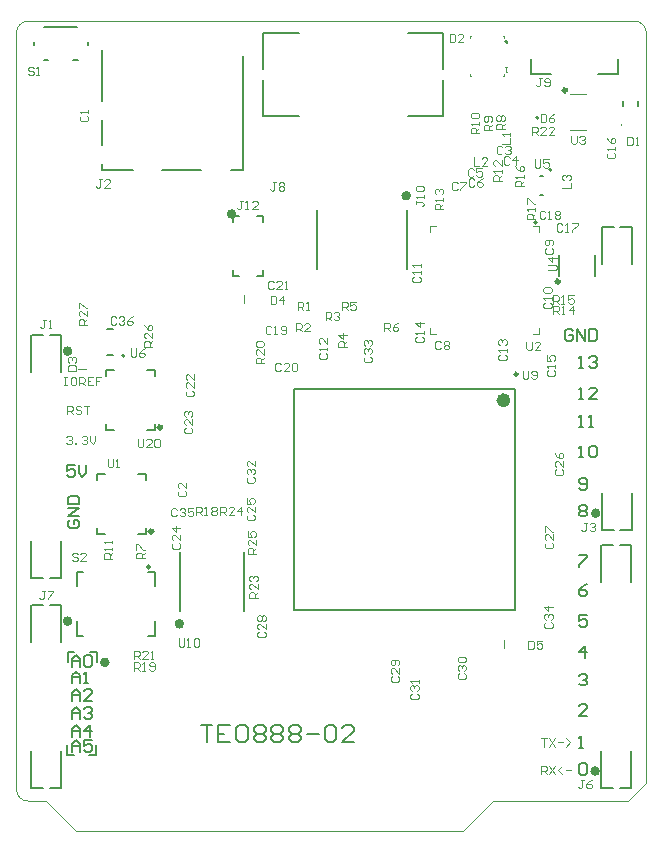
<source format=gto>
%FSLAX44Y44*%
%MOMM*%
G71*
G01*
G75*
G04 Layer_Color=65535*
%ADD10C,0.1500*%
G04:AMPARAMS|DCode=11|XSize=0.6mm|YSize=0.5mm|CornerRadius=0.05mm|HoleSize=0mm|Usage=FLASHONLY|Rotation=0.000|XOffset=0mm|YOffset=0mm|HoleType=Round|Shape=RoundedRectangle|*
%AMROUNDEDRECTD11*
21,1,0.6000,0.4000,0,0,0.0*
21,1,0.5000,0.5000,0,0,0.0*
1,1,0.1000,0.2500,-0.2000*
1,1,0.1000,-0.2500,-0.2000*
1,1,0.1000,-0.2500,0.2000*
1,1,0.1000,0.2500,0.2000*
%
%ADD11ROUNDEDRECTD11*%
G04:AMPARAMS|DCode=12|XSize=0.6mm|YSize=0.5mm|CornerRadius=0.05mm|HoleSize=0mm|Usage=FLASHONLY|Rotation=270.000|XOffset=0mm|YOffset=0mm|HoleType=Round|Shape=RoundedRectangle|*
%AMROUNDEDRECTD12*
21,1,0.6000,0.4000,0,0,270.0*
21,1,0.5000,0.5000,0,0,270.0*
1,1,0.1000,-0.2000,-0.2500*
1,1,0.1000,-0.2000,0.2500*
1,1,0.1000,0.2000,0.2500*
1,1,0.1000,0.2000,-0.2500*
%
%ADD12ROUNDEDRECTD12*%
%ADD13O,0.9500X0.4000*%
G04:AMPARAMS|DCode=14|XSize=0.7mm|YSize=0.55mm|CornerRadius=0.055mm|HoleSize=0mm|Usage=FLASHONLY|Rotation=180.000|XOffset=0mm|YOffset=0mm|HoleType=Round|Shape=RoundedRectangle|*
%AMROUNDEDRECTD14*
21,1,0.7000,0.4400,0,0,180.0*
21,1,0.5900,0.5500,0,0,180.0*
1,1,0.1100,-0.2950,0.2200*
1,1,0.1100,0.2950,0.2200*
1,1,0.1100,0.2950,-0.2200*
1,1,0.1100,-0.2950,-0.2200*
%
%ADD14ROUNDEDRECTD14*%
G04:AMPARAMS|DCode=15|XSize=0.4mm|YSize=0.37mm|CornerRadius=0.037mm|HoleSize=0mm|Usage=FLASHONLY|Rotation=180.000|XOffset=0mm|YOffset=0mm|HoleType=Round|Shape=RoundedRectangle|*
%AMROUNDEDRECTD15*
21,1,0.4000,0.2960,0,0,180.0*
21,1,0.3260,0.3700,0,0,180.0*
1,1,0.0740,-0.1630,0.1480*
1,1,0.0740,0.1630,0.1480*
1,1,0.0740,0.1630,-0.1480*
1,1,0.0740,-0.1630,-0.1480*
%
%ADD15ROUNDEDRECTD15*%
G04:AMPARAMS|DCode=16|XSize=0.4mm|YSize=0.37mm|CornerRadius=0.037mm|HoleSize=0mm|Usage=FLASHONLY|Rotation=270.000|XOffset=0mm|YOffset=0mm|HoleType=Round|Shape=RoundedRectangle|*
%AMROUNDEDRECTD16*
21,1,0.4000,0.2960,0,0,270.0*
21,1,0.3260,0.3700,0,0,270.0*
1,1,0.0740,-0.1480,-0.1630*
1,1,0.0740,-0.1480,0.1630*
1,1,0.0740,0.1480,0.1630*
1,1,0.0740,0.1480,-0.1630*
%
%ADD16ROUNDEDRECTD16*%
G04:AMPARAMS|DCode=17|XSize=0.93mm|YSize=0.89mm|CornerRadius=0.089mm|HoleSize=0mm|Usage=FLASHONLY|Rotation=90.000|XOffset=0mm|YOffset=0mm|HoleType=Round|Shape=RoundedRectangle|*
%AMROUNDEDRECTD17*
21,1,0.9300,0.7120,0,0,90.0*
21,1,0.7520,0.8900,0,0,90.0*
1,1,0.1780,0.3560,0.3760*
1,1,0.1780,0.3560,-0.3760*
1,1,0.1780,-0.3560,-0.3760*
1,1,0.1780,-0.3560,0.3760*
%
%ADD17ROUNDEDRECTD17*%
%ADD18O,1.6500X0.3000*%
%ADD19O,0.3000X1.6500*%
%ADD20R,0.5400X0.7400*%
G04:AMPARAMS|DCode=21|XSize=0.7mm|YSize=0.55mm|CornerRadius=0.055mm|HoleSize=0mm|Usage=FLASHONLY|Rotation=90.000|XOffset=0mm|YOffset=0mm|HoleType=Round|Shape=RoundedRectangle|*
%AMROUNDEDRECTD21*
21,1,0.7000,0.4400,0,0,90.0*
21,1,0.5900,0.5500,0,0,90.0*
1,1,0.1100,0.2200,0.2950*
1,1,0.1100,0.2200,-0.2950*
1,1,0.1100,-0.2200,-0.2950*
1,1,0.1100,-0.2200,0.2950*
%
%ADD21ROUNDEDRECTD21*%
G04:AMPARAMS|DCode=22|XSize=1.3mm|YSize=3.5mm|CornerRadius=0.325mm|HoleSize=0mm|Usage=FLASHONLY|Rotation=180.000|XOffset=0mm|YOffset=0mm|HoleType=Round|Shape=RoundedRectangle|*
%AMROUNDEDRECTD22*
21,1,1.3000,2.8500,0,0,180.0*
21,1,0.6500,3.5000,0,0,180.0*
1,1,0.6500,-0.3250,1.4250*
1,1,0.6500,0.3250,1.4250*
1,1,0.6500,0.3250,-1.4250*
1,1,0.6500,-0.3250,-1.4250*
%
%ADD22ROUNDEDRECTD22*%
G04:AMPARAMS|DCode=23|XSize=0.3mm|YSize=0.6mm|CornerRadius=0.0495mm|HoleSize=0mm|Usage=FLASHONLY|Rotation=0.000|XOffset=0mm|YOffset=0mm|HoleType=Round|Shape=RoundedRectangle|*
%AMROUNDEDRECTD23*
21,1,0.3000,0.5010,0,0,0.0*
21,1,0.2010,0.6000,0,0,0.0*
1,1,0.0990,0.1005,-0.2505*
1,1,0.0990,-0.1005,-0.2505*
1,1,0.0990,-0.1005,0.2505*
1,1,0.0990,0.1005,0.2505*
%
%ADD23ROUNDEDRECTD23*%
G04:AMPARAMS|DCode=24|XSize=0.3mm|YSize=0.6mm|CornerRadius=0.0495mm|HoleSize=0mm|Usage=FLASHONLY|Rotation=270.000|XOffset=0mm|YOffset=0mm|HoleType=Round|Shape=RoundedRectangle|*
%AMROUNDEDRECTD24*
21,1,0.3000,0.5010,0,0,270.0*
21,1,0.2010,0.6000,0,0,270.0*
1,1,0.0990,-0.2505,-0.1005*
1,1,0.0990,-0.2505,0.1005*
1,1,0.0990,0.2505,0.1005*
1,1,0.0990,0.2505,-0.1005*
%
%ADD24ROUNDEDRECTD24*%
%ADD25R,2.2500X0.9000*%
G04:AMPARAMS|DCode=26|XSize=1.38mm|YSize=1.05mm|CornerRadius=0.105mm|HoleSize=0mm|Usage=FLASHONLY|Rotation=180.000|XOffset=0mm|YOffset=0mm|HoleType=Round|Shape=RoundedRectangle|*
%AMROUNDEDRECTD26*
21,1,1.3800,0.8400,0,0,180.0*
21,1,1.1700,1.0500,0,0,180.0*
1,1,0.2100,-0.5850,0.4200*
1,1,0.2100,0.5850,0.4200*
1,1,0.2100,0.5850,-0.4200*
1,1,0.2100,-0.5850,-0.4200*
%
%ADD26ROUNDEDRECTD26*%
%ADD27O,0.7600X1.6000*%
%ADD28O,0.6000X1.6000*%
G04:AMPARAMS|DCode=29|XSize=0.9mm|YSize=0.8mm|CornerRadius=0.08mm|HoleSize=0mm|Usage=FLASHONLY|Rotation=180.000|XOffset=0mm|YOffset=0mm|HoleType=Round|Shape=RoundedRectangle|*
%AMROUNDEDRECTD29*
21,1,0.9000,0.6400,0,0,180.0*
21,1,0.7400,0.8000,0,0,180.0*
1,1,0.1600,-0.3700,0.3200*
1,1,0.1600,0.3700,0.3200*
1,1,0.1600,0.3700,-0.3200*
1,1,0.1600,-0.3700,-0.3200*
%
%ADD29ROUNDEDRECTD29*%
%ADD30O,0.6000X1.4000*%
G04:AMPARAMS|DCode=31|XSize=1mm|YSize=1.4mm|CornerRadius=0.25mm|HoleSize=0mm|Usage=FLASHONLY|Rotation=180.000|XOffset=0mm|YOffset=0mm|HoleType=Round|Shape=RoundedRectangle|*
%AMROUNDEDRECTD31*
21,1,1.0000,0.9000,0,0,180.0*
21,1,0.5000,1.4000,0,0,180.0*
1,1,0.5000,-0.2500,0.4500*
1,1,0.5000,0.2500,0.4500*
1,1,0.5000,0.2500,-0.4500*
1,1,0.5000,-0.2500,-0.4500*
%
%ADD31ROUNDEDRECTD31*%
G04:AMPARAMS|DCode=32|XSize=1mm|YSize=1mm|CornerRadius=0.25mm|HoleSize=0mm|Usage=FLASHONLY|Rotation=180.000|XOffset=0mm|YOffset=0mm|HoleType=Round|Shape=RoundedRectangle|*
%AMROUNDEDRECTD32*
21,1,1.0000,0.5000,0,0,180.0*
21,1,0.5000,1.0000,0,0,180.0*
1,1,0.5000,-0.2500,0.2500*
1,1,0.5000,0.2500,0.2500*
1,1,0.5000,0.2500,-0.2500*
1,1,0.5000,-0.2500,-0.2500*
%
%ADD32ROUNDEDRECTD32*%
%ADD33R,4.4500X4.4500*%
%ADD34O,0.8200X0.2700*%
%ADD35O,0.2700X0.8200*%
G04:AMPARAMS|DCode=36|XSize=0.9mm|YSize=1mm|CornerRadius=0.09mm|HoleSize=0mm|Usage=FLASHONLY|Rotation=180.000|XOffset=0mm|YOffset=0mm|HoleType=Round|Shape=RoundedRectangle|*
%AMROUNDEDRECTD36*
21,1,0.9000,0.8200,0,0,180.0*
21,1,0.7200,1.0000,0,0,180.0*
1,1,0.1800,-0.3600,0.4100*
1,1,0.1800,0.3600,0.4100*
1,1,0.1800,0.3600,-0.4100*
1,1,0.1800,-0.3600,-0.4100*
%
%ADD36ROUNDEDRECTD36*%
G04:AMPARAMS|DCode=37|XSize=1.7mm|YSize=0.55mm|CornerRadius=0.055mm|HoleSize=0mm|Usage=FLASHONLY|Rotation=180.000|XOffset=0mm|YOffset=0mm|HoleType=Round|Shape=RoundedRectangle|*
%AMROUNDEDRECTD37*
21,1,1.7000,0.4400,0,0,180.0*
21,1,1.5900,0.5500,0,0,180.0*
1,1,0.1100,-0.7950,0.2200*
1,1,0.1100,0.7950,0.2200*
1,1,0.1100,0.7950,-0.2200*
1,1,0.1100,-0.7950,-0.2200*
%
%ADD37ROUNDEDRECTD37*%
%ADD38C,1.0000*%
%ADD39O,0.4000X1.3500*%
G04:AMPARAMS|DCode=40|XSize=2.3mm|YSize=1.9mm|CornerRadius=0.19mm|HoleSize=0mm|Usage=FLASHONLY|Rotation=180.000|XOffset=0mm|YOffset=0mm|HoleType=Round|Shape=RoundedRectangle|*
%AMROUNDEDRECTD40*
21,1,2.3000,1.5200,0,0,180.0*
21,1,1.9200,1.9000,0,0,180.0*
1,1,0.3800,-0.9600,0.7600*
1,1,0.3800,0.9600,0.7600*
1,1,0.3800,0.9600,-0.7600*
1,1,0.3800,-0.9600,-0.7600*
%
%ADD40ROUNDEDRECTD40*%
%ADD41R,1.8000X1.9000*%
G04:AMPARAMS|DCode=42|XSize=1.55mm|YSize=1.35mm|CornerRadius=0.135mm|HoleSize=0mm|Usage=FLASHONLY|Rotation=180.000|XOffset=0mm|YOffset=0mm|HoleType=Round|Shape=RoundedRectangle|*
%AMROUNDEDRECTD42*
21,1,1.5500,1.0800,0,0,180.0*
21,1,1.2800,1.3500,0,0,180.0*
1,1,0.2700,-0.6400,0.5400*
1,1,0.2700,0.6400,0.5400*
1,1,0.2700,0.6400,-0.5400*
1,1,0.2700,-0.6400,-0.5400*
%
%ADD42ROUNDEDRECTD42*%
G04:AMPARAMS|DCode=43|XSize=1.8mm|YSize=1.17mm|CornerRadius=0.117mm|HoleSize=0mm|Usage=FLASHONLY|Rotation=90.000|XOffset=0mm|YOffset=0mm|HoleType=Round|Shape=RoundedRectangle|*
%AMROUNDEDRECTD43*
21,1,1.8000,0.9360,0,0,90.0*
21,1,1.5660,1.1700,0,0,90.0*
1,1,0.2340,0.4680,0.7830*
1,1,0.2340,0.4680,-0.7830*
1,1,0.2340,-0.4680,-0.7830*
1,1,0.2340,-0.4680,0.7830*
%
%ADD43ROUNDEDRECTD43*%
G04:AMPARAMS|DCode=44|XSize=0.75mm|YSize=1.1mm|CornerRadius=0.075mm|HoleSize=0mm|Usage=FLASHONLY|Rotation=180.000|XOffset=0mm|YOffset=0mm|HoleType=Round|Shape=RoundedRectangle|*
%AMROUNDEDRECTD44*
21,1,0.7500,0.9500,0,0,180.0*
21,1,0.6000,1.1000,0,0,180.0*
1,1,0.1500,-0.3000,0.4750*
1,1,0.1500,0.3000,0.4750*
1,1,0.1500,0.3000,-0.4750*
1,1,0.1500,-0.3000,-0.4750*
%
%ADD44ROUNDEDRECTD44*%
G04:AMPARAMS|DCode=45|XSize=1.2mm|YSize=1mm|CornerRadius=0.1mm|HoleSize=0mm|Usage=FLASHONLY|Rotation=180.000|XOffset=0mm|YOffset=0mm|HoleType=Round|Shape=RoundedRectangle|*
%AMROUNDEDRECTD45*
21,1,1.2000,0.8000,0,0,180.0*
21,1,1.0000,1.0000,0,0,180.0*
1,1,0.2000,-0.5000,0.4000*
1,1,0.2000,0.5000,0.4000*
1,1,0.2000,0.5000,-0.4000*
1,1,0.2000,-0.5000,-0.4000*
%
%ADD45ROUNDEDRECTD45*%
G04:AMPARAMS|DCode=46|XSize=1.9mm|YSize=1.35mm|CornerRadius=0.135mm|HoleSize=0mm|Usage=FLASHONLY|Rotation=180.000|XOffset=0mm|YOffset=0mm|HoleType=Round|Shape=RoundedRectangle|*
%AMROUNDEDRECTD46*
21,1,1.9000,1.0800,0,0,180.0*
21,1,1.6300,1.3500,0,0,180.0*
1,1,0.2700,-0.8150,0.5400*
1,1,0.2700,0.8150,0.5400*
1,1,0.2700,0.8150,-0.5400*
1,1,0.2700,-0.8150,-0.5400*
%
%ADD46ROUNDEDRECTD46*%
G04:AMPARAMS|DCode=47|XSize=2mm|YSize=1.1mm|CornerRadius=0.11mm|HoleSize=0mm|Usage=FLASHONLY|Rotation=90.000|XOffset=0mm|YOffset=0mm|HoleType=Round|Shape=RoundedRectangle|*
%AMROUNDEDRECTD47*
21,1,2.0000,0.8800,0,0,90.0*
21,1,1.7800,1.1000,0,0,90.0*
1,1,0.2200,0.4400,0.8900*
1,1,0.2200,0.4400,-0.8900*
1,1,0.2200,-0.4400,-0.8900*
1,1,0.2200,-0.4400,0.8900*
%
%ADD47ROUNDEDRECTD47*%
G04:AMPARAMS|DCode=48|XSize=0.8mm|YSize=0.8mm|CornerRadius=0.08mm|HoleSize=0mm|Usage=FLASHONLY|Rotation=90.000|XOffset=0mm|YOffset=0mm|HoleType=Round|Shape=RoundedRectangle|*
%AMROUNDEDRECTD48*
21,1,0.8000,0.6400,0,0,90.0*
21,1,0.6400,0.8000,0,0,90.0*
1,1,0.1600,0.3200,0.3200*
1,1,0.1600,0.3200,-0.3200*
1,1,0.1600,-0.3200,-0.3200*
1,1,0.1600,-0.3200,0.3200*
%
%ADD48ROUNDEDRECTD48*%
G04:AMPARAMS|DCode=49|XSize=0.93mm|YSize=0.89mm|CornerRadius=0.089mm|HoleSize=0mm|Usage=FLASHONLY|Rotation=0.000|XOffset=0mm|YOffset=0mm|HoleType=Round|Shape=RoundedRectangle|*
%AMROUNDEDRECTD49*
21,1,0.9300,0.7120,0,0,0.0*
21,1,0.7520,0.8900,0,0,0.0*
1,1,0.1780,0.3760,-0.3560*
1,1,0.1780,-0.3760,-0.3560*
1,1,0.1780,-0.3760,0.3560*
1,1,0.1780,0.3760,0.3560*
%
%ADD49ROUNDEDRECTD49*%
%ADD50O,0.8000X1.4700*%
%ADD51C,0.1000*%
%ADD52C,0.2000*%
%ADD53C,0.3000*%
%ADD54C,0.1200*%
%ADD55C,0.5000*%
%ADD56R,1.5000X1.5000*%
%ADD57C,1.5000*%
%ADD58R,1.3500X1.3500*%
%ADD59R,1.5000X1.5000*%
%ADD60C,0.4500*%
%ADD61C,1.0000*%
%ADD62C,2.0000*%
%ADD63C,0.6000*%
%ADD64C,0.4000*%
%ADD65C,0.2500*%
D10*
X67100Y64800D02*
Y72800D01*
X61300Y64800D02*
X67100D01*
X68000Y143500D02*
Y151500D01*
X62200D02*
X68000D01*
X43300Y143400D02*
Y151400D01*
X49100D01*
X43100Y64800D02*
X48900D01*
X43100D02*
Y72800D01*
X471264Y423331D02*
X469598Y424997D01*
X466266D01*
X464600Y423331D01*
Y416666D01*
X466266Y415000D01*
X469598D01*
X471264Y416666D01*
Y419998D01*
X467932D01*
X474597Y415000D02*
Y424997D01*
X481261Y415000D01*
Y424997D01*
X484594D02*
Y415000D01*
X489592D01*
X491258Y416666D01*
Y423331D01*
X489592Y424997D01*
X484594D01*
X476600Y316400D02*
X479932D01*
X478266D01*
Y326397D01*
X476600Y324731D01*
X484931D02*
X486597Y326397D01*
X489929D01*
X491595Y324731D01*
Y318066D01*
X489929Y316400D01*
X486597D01*
X484931Y318066D01*
Y324731D01*
X476600Y342100D02*
X479932D01*
X478266D01*
Y352097D01*
X476600Y350431D01*
X484931Y342100D02*
X488263D01*
X486597D01*
Y352097D01*
X484931Y350431D01*
X476600Y365600D02*
X479932D01*
X478266D01*
Y375597D01*
X476600Y373931D01*
X491595Y365600D02*
X484931D01*
X491595Y372265D01*
Y373931D01*
X489929Y375597D01*
X486597D01*
X484931Y373931D01*
X476600Y392000D02*
X479932D01*
X478266D01*
Y401997D01*
X476600Y400331D01*
X484931D02*
X486597Y401997D01*
X489929D01*
X491595Y400331D01*
Y398665D01*
X489929Y396998D01*
X488263D01*
X489929D01*
X491595Y395332D01*
Y393666D01*
X489929Y392000D01*
X486597D01*
X484931Y393666D01*
X476600Y290666D02*
X478266Y289000D01*
X481598D01*
X483265Y290666D01*
Y297331D01*
X481598Y298997D01*
X478266D01*
X476600Y297331D01*
Y295665D01*
X478266Y293998D01*
X483265D01*
X476600Y274731D02*
X478266Y276397D01*
X481598D01*
X483265Y274731D01*
Y273064D01*
X481598Y271398D01*
X483265Y269732D01*
Y268066D01*
X481598Y266400D01*
X478266D01*
X476600Y268066D01*
Y269732D01*
X478266Y271398D01*
X476600Y273064D01*
Y274731D01*
X478266Y271398D02*
X481598D01*
X476700Y233897D02*
X483364D01*
Y232231D01*
X476700Y225566D01*
Y223900D01*
Y55931D02*
X478366Y57597D01*
X481698D01*
X483364Y55931D01*
Y49266D01*
X481698Y47600D01*
X478366D01*
X476700Y49266D01*
Y55931D01*
Y70200D02*
X480032D01*
X478366D01*
Y80197D01*
X476700Y78531D01*
X483364Y209097D02*
X480032Y207431D01*
X476700Y204098D01*
Y200766D01*
X478366Y199100D01*
X481698D01*
X483364Y200766D01*
Y202432D01*
X481698Y204098D01*
X476700D01*
X483364Y183197D02*
X476700D01*
Y178198D01*
X480032Y179865D01*
X481698D01*
X483364Y178198D01*
Y174866D01*
X481698Y173200D01*
X478366D01*
X476700Y174866D01*
X481698Y146800D02*
Y156797D01*
X476700Y151798D01*
X483364D01*
X476700Y131631D02*
X478366Y133297D01*
X481698D01*
X483364Y131631D01*
Y129965D01*
X481698Y128298D01*
X480032D01*
X481698D01*
X483364Y126632D01*
Y124966D01*
X481698Y123300D01*
X478366D01*
X476700Y124966D01*
X483364Y97600D02*
X476700D01*
X483364Y104264D01*
Y105931D01*
X481698Y107597D01*
X478366D01*
X476700Y105931D01*
X47200Y139200D02*
Y145864D01*
X50532Y149197D01*
X53864Y145864D01*
Y139200D01*
Y144198D01*
X47200D01*
X57197Y147531D02*
X58863Y149197D01*
X62195D01*
X63861Y147531D01*
Y140866D01*
X62195Y139200D01*
X58863D01*
X57197Y140866D01*
Y147531D01*
X47200Y125100D02*
Y131764D01*
X50532Y135097D01*
X53864Y131764D01*
Y125100D01*
Y130098D01*
X47200D01*
X57197Y125100D02*
X60529D01*
X58863D01*
Y135097D01*
X57197Y133431D01*
X47200Y110400D02*
Y117065D01*
X50532Y120397D01*
X53864Y117065D01*
Y110400D01*
Y115398D01*
X47200D01*
X63861Y110400D02*
X57197D01*
X63861Y117065D01*
Y118731D01*
X62195Y120397D01*
X58863D01*
X57197Y118731D01*
X47200Y94800D02*
Y101465D01*
X50532Y104797D01*
X53864Y101465D01*
Y94800D01*
Y99798D01*
X47200D01*
X57197Y103131D02*
X58863Y104797D01*
X62195D01*
X63861Y103131D01*
Y101465D01*
X62195Y99798D01*
X60529D01*
X62195D01*
X63861Y98132D01*
Y96466D01*
X62195Y94800D01*
X58863D01*
X57197Y96466D01*
X47200Y80100D02*
Y86764D01*
X50532Y90097D01*
X53864Y86764D01*
Y80100D01*
Y85098D01*
X47200D01*
X62195Y80100D02*
Y90097D01*
X57197Y85098D01*
X63861D01*
X47200Y66800D02*
Y73464D01*
X50532Y76797D01*
X53864Y73464D01*
Y66800D01*
Y71798D01*
X47200D01*
X63861Y76797D02*
X57197D01*
Y71798D01*
X60529Y73464D01*
X62195D01*
X63861Y71798D01*
Y68466D01*
X62195Y66800D01*
X58863D01*
X57197Y68466D01*
X45069Y263465D02*
X43403Y261798D01*
Y258466D01*
X45069Y256800D01*
X51734D01*
X53400Y258466D01*
Y261798D01*
X51734Y263465D01*
X48402D01*
Y260132D01*
X53400Y266797D02*
X43403D01*
X53400Y273461D01*
X43403D01*
Y276794D02*
X53400D01*
Y281792D01*
X51734Y283458D01*
X45069D01*
X43403Y281792D01*
Y276794D01*
X49264Y309997D02*
X42600D01*
Y304998D01*
X45932Y306665D01*
X47598D01*
X49264Y304998D01*
Y301666D01*
X47598Y300000D01*
X44266D01*
X42600Y301666D01*
X52597Y309997D02*
Y303332D01*
X55929Y300000D01*
X59261Y303332D01*
Y309997D01*
D51*
X96863Y408683D02*
Y402851D01*
X98029Y401685D01*
X100362D01*
X101528Y402851D01*
Y408683D01*
X108526D02*
X106193Y407517D01*
X103861Y405184D01*
Y402851D01*
X105027Y401685D01*
X107360D01*
X108526Y402851D01*
Y404018D01*
X107360Y405184D01*
X103861D01*
X59705Y428753D02*
X52707D01*
Y432252D01*
X53874Y433418D01*
X56206D01*
X57372Y432252D01*
Y428753D01*
Y431086D02*
X59705Y433418D01*
Y440416D02*
Y435751D01*
X55040Y440416D01*
X53874D01*
X52707Y439250D01*
Y436917D01*
X53874Y435751D01*
X52707Y442748D02*
Y447414D01*
X53874D01*
X58539Y442748D01*
X59705D01*
X115205Y410253D02*
X108207D01*
Y413752D01*
X109374Y414918D01*
X111706D01*
X112872Y413752D01*
Y410253D01*
Y412586D02*
X115205Y414918D01*
Y421916D02*
Y417251D01*
X110540Y421916D01*
X109374D01*
X108207Y420750D01*
Y418417D01*
X109374Y417251D01*
X108207Y428914D02*
X109374Y426581D01*
X111706Y424249D01*
X114039D01*
X115205Y425415D01*
Y427747D01*
X114039Y428914D01*
X112872D01*
X111706Y427747D01*
Y424249D01*
X43683Y389737D02*
X50681D01*
Y393236D01*
X49515Y394402D01*
X44850D01*
X43683Y393236D01*
Y389737D01*
X44850Y396735D02*
X43683Y397901D01*
Y400234D01*
X44850Y401400D01*
X46016D01*
X47182Y400234D01*
Y399067D01*
Y400234D01*
X48348Y401400D01*
X49515D01*
X50681Y400234D01*
Y397901D01*
X49515Y396735D01*
X84418Y434635D02*
X83252Y435801D01*
X80919D01*
X79753Y434635D01*
Y429969D01*
X80919Y428803D01*
X83252D01*
X84418Y429969D01*
X86751Y434635D02*
X87917Y435801D01*
X90250D01*
X91416Y434635D01*
Y433468D01*
X90250Y432302D01*
X89083D01*
X90250D01*
X91416Y431136D01*
Y429969D01*
X90250Y428803D01*
X87917D01*
X86751Y429969D01*
X98414Y435801D02*
X96081Y434635D01*
X93749Y432302D01*
Y429969D01*
X94915Y428803D01*
X97247D01*
X98414Y429969D01*
Y431136D01*
X97247Y432302D01*
X93749D01*
X135820Y272279D02*
X134653Y273445D01*
X132321D01*
X131154Y272279D01*
Y267614D01*
X132321Y266447D01*
X134653D01*
X135820Y267614D01*
X138152Y272279D02*
X139318Y273445D01*
X141651D01*
X142817Y272279D01*
Y271112D01*
X141651Y269946D01*
X140485D01*
X141651D01*
X142817Y268780D01*
Y267614D01*
X141651Y266447D01*
X139318D01*
X138152Y267614D01*
X149815Y273445D02*
X145150D01*
Y269946D01*
X147482Y271112D01*
X148649D01*
X149815Y269946D01*
Y267614D01*
X148649Y266447D01*
X146316D01*
X145150Y267614D01*
X202767Y235021D02*
X195769D01*
Y238520D01*
X196935Y239686D01*
X199268D01*
X200434Y238520D01*
Y235021D01*
Y237354D02*
X202767Y239686D01*
Y246684D02*
Y242019D01*
X198102Y246684D01*
X196935D01*
X195769Y245518D01*
Y243185D01*
X196935Y242019D01*
X195769Y253682D02*
Y249017D01*
X199268D01*
X198102Y251349D01*
Y252515D01*
X199268Y253682D01*
X201600D01*
X202767Y252515D01*
Y250183D01*
X201600Y249017D01*
X172753Y267795D02*
Y274793D01*
X176252D01*
X177418Y273626D01*
Y271294D01*
X176252Y270128D01*
X172753D01*
X175086D02*
X177418Y267795D01*
X184416D02*
X179751D01*
X184416Y272460D01*
Y273626D01*
X183250Y274793D01*
X180917D01*
X179751Y273626D01*
X190247Y267795D02*
Y274793D01*
X186749Y271294D01*
X191414D01*
X204205Y197653D02*
X197207D01*
Y201152D01*
X198374Y202318D01*
X200706D01*
X201872Y201152D01*
Y197653D01*
Y199986D02*
X204205Y202318D01*
Y209316D02*
Y204651D01*
X199540Y209316D01*
X198374D01*
X197207Y208150D01*
Y205817D01*
X198374Y204651D01*
Y211649D02*
X197207Y212815D01*
Y215147D01*
X198374Y216314D01*
X199540D01*
X200706Y215147D01*
Y213981D01*
Y215147D01*
X201872Y216314D01*
X203039D01*
X204205Y215147D01*
Y212815D01*
X203039Y211649D01*
X448096Y176744D02*
X446929Y175578D01*
Y173245D01*
X448096Y172079D01*
X452761D01*
X453927Y173245D01*
Y175578D01*
X452761Y176744D01*
X448096Y179077D02*
X446929Y180243D01*
Y182576D01*
X448096Y183742D01*
X449262D01*
X450428Y182576D01*
Y181409D01*
Y182576D01*
X451594Y183742D01*
X452761D01*
X453927Y182576D01*
Y180243D01*
X452761Y179077D01*
X453927Y189573D02*
X446929D01*
X450428Y186075D01*
Y190740D01*
X295096Y401744D02*
X293929Y400578D01*
Y398245D01*
X295096Y397079D01*
X299761D01*
X300927Y398245D01*
Y400578D01*
X299761Y401744D01*
X295096Y404077D02*
X293929Y405243D01*
Y407576D01*
X295096Y408742D01*
X296262D01*
X297428Y407576D01*
Y406409D01*
Y407576D01*
X298594Y408742D01*
X299761D01*
X300927Y407576D01*
Y405243D01*
X299761Y404077D01*
X295096Y411074D02*
X293929Y412241D01*
Y414573D01*
X295096Y415740D01*
X296262D01*
X297428Y414573D01*
Y413407D01*
Y414573D01*
X298594Y415740D01*
X299761D01*
X300927Y414573D01*
Y412241D01*
X299761Y411074D01*
X196096Y299744D02*
X194929Y298578D01*
Y296245D01*
X196096Y295079D01*
X200761D01*
X201927Y296245D01*
Y298578D01*
X200761Y299744D01*
X196096Y302077D02*
X194929Y303243D01*
Y305576D01*
X196096Y306742D01*
X197262D01*
X198428Y305576D01*
Y304409D01*
Y305576D01*
X199594Y306742D01*
X200761D01*
X201927Y305576D01*
Y303243D01*
X200761Y302077D01*
X201927Y313740D02*
Y309074D01*
X197262Y313740D01*
X196096D01*
X194929Y312573D01*
Y310241D01*
X196096Y309074D01*
X334639Y116417D02*
X333473Y115251D01*
Y112918D01*
X334639Y111752D01*
X339304D01*
X340471Y112918D01*
Y115251D01*
X339304Y116417D01*
X334639Y118750D02*
X333473Y119916D01*
Y122249D01*
X334639Y123415D01*
X335805D01*
X336972Y122249D01*
Y121082D01*
Y122249D01*
X338138Y123415D01*
X339304D01*
X340471Y122249D01*
Y119916D01*
X339304Y118750D01*
X340471Y125748D02*
Y128080D01*
Y126914D01*
X333473D01*
X334639Y125748D01*
X374721Y133519D02*
X373555Y132352D01*
Y130020D01*
X374721Y128854D01*
X379386D01*
X380553Y130020D01*
Y132352D01*
X379386Y133519D01*
X374721Y135851D02*
X373555Y137017D01*
Y139350D01*
X374721Y140516D01*
X375887D01*
X377054Y139350D01*
Y138184D01*
Y139350D01*
X378220Y140516D01*
X379386D01*
X380553Y139350D01*
Y137017D01*
X379386Y135851D01*
X374721Y142849D02*
X373555Y144015D01*
Y146348D01*
X374721Y147514D01*
X379386D01*
X380553Y146348D01*
Y144015D01*
X379386Y142849D01*
X374721D01*
X318221Y131119D02*
X317055Y129952D01*
Y127620D01*
X318221Y126454D01*
X322886D01*
X324053Y127620D01*
Y129952D01*
X322886Y131119D01*
X324053Y138116D02*
Y133451D01*
X319387Y138116D01*
X318221D01*
X317055Y136950D01*
Y134618D01*
X318221Y133451D01*
X322886Y140449D02*
X324053Y141615D01*
Y143948D01*
X322886Y145114D01*
X318221D01*
X317055Y143948D01*
Y141615D01*
X318221Y140449D01*
X319387D01*
X320554Y141615D01*
Y145114D01*
X205221Y168619D02*
X204055Y167453D01*
Y165120D01*
X205221Y163954D01*
X209886D01*
X211053Y165120D01*
Y167453D01*
X209886Y168619D01*
X211053Y175616D02*
Y170951D01*
X206387Y175616D01*
X205221D01*
X204055Y174450D01*
Y172118D01*
X205221Y170951D01*
Y177949D02*
X204055Y179115D01*
Y181448D01*
X205221Y182614D01*
X206387D01*
X207554Y181448D01*
X208720Y182614D01*
X209886D01*
X211053Y181448D01*
Y179115D01*
X209886Y177949D01*
X208720D01*
X207554Y179115D01*
X206387Y177949D01*
X205221D01*
X207554Y179115D02*
Y181448D01*
X448596Y244244D02*
X447429Y243078D01*
Y240745D01*
X448596Y239579D01*
X453261D01*
X454427Y240745D01*
Y243078D01*
X453261Y244244D01*
X454427Y251242D02*
Y246577D01*
X449762Y251242D01*
X448596D01*
X447429Y250076D01*
Y247743D01*
X448596Y246577D01*
X447429Y253575D02*
Y258240D01*
X448596D01*
X453261Y253575D01*
X454427D01*
X457096Y306244D02*
X455929Y305078D01*
Y302745D01*
X457096Y301579D01*
X461761D01*
X462927Y302745D01*
Y305078D01*
X461761Y306244D01*
X462927Y313242D02*
Y308577D01*
X458262Y313242D01*
X457096D01*
X455929Y312076D01*
Y309743D01*
X457096Y308577D01*
X455929Y320240D02*
X457096Y317907D01*
X459428Y315574D01*
X461761D01*
X462927Y316741D01*
Y319073D01*
X461761Y320240D01*
X460594D01*
X459428Y319073D01*
Y315574D01*
X196096Y267744D02*
X194929Y266578D01*
Y264245D01*
X196096Y263079D01*
X200761D01*
X201927Y264245D01*
Y266578D01*
X200761Y267744D01*
X201927Y274742D02*
Y270077D01*
X197262Y274742D01*
X196096D01*
X194929Y273576D01*
Y271243D01*
X196096Y270077D01*
X194929Y281740D02*
Y277075D01*
X198428D01*
X197262Y279407D01*
Y280573D01*
X198428Y281740D01*
X200761D01*
X201927Y280573D01*
Y278241D01*
X200761Y277075D01*
X132713Y243942D02*
X131547Y242776D01*
Y240443D01*
X132713Y239277D01*
X137379D01*
X138545Y240443D01*
Y242776D01*
X137379Y243942D01*
X138545Y250940D02*
Y246275D01*
X133880Y250940D01*
X132713D01*
X131547Y249774D01*
Y247441D01*
X132713Y246275D01*
X138545Y256771D02*
X131547D01*
X135046Y253272D01*
Y257938D01*
X143275Y341710D02*
X142109Y340544D01*
Y338211D01*
X143275Y337045D01*
X147940D01*
X149106Y338211D01*
Y340544D01*
X147940Y341710D01*
X149106Y348708D02*
Y344043D01*
X144441Y348708D01*
X143275D01*
X142109Y347542D01*
Y345209D01*
X143275Y344043D01*
Y351041D02*
X142109Y352207D01*
Y354539D01*
X143275Y355706D01*
X144441D01*
X145608Y354539D01*
Y353373D01*
Y354539D01*
X146774Y355706D01*
X147940D01*
X149106Y354539D01*
Y352207D01*
X147940Y351041D01*
X77218Y314930D02*
Y309099D01*
X78384Y307933D01*
X80717D01*
X81883Y309099D01*
Y314930D01*
X84216Y307933D02*
X86548D01*
X85382D01*
Y314930D01*
X84216Y313764D01*
X81185Y230762D02*
X74187D01*
Y234261D01*
X75354Y235427D01*
X77686D01*
X78853Y234261D01*
Y230762D01*
Y233095D02*
X81185Y235427D01*
Y237760D02*
Y240092D01*
Y238926D01*
X74187D01*
X75354Y237760D01*
X81185Y243591D02*
Y245924D01*
Y244758D01*
X74187D01*
X75354Y243591D01*
X108685Y231152D02*
X101687D01*
Y234651D01*
X102854Y235817D01*
X105186D01*
X106353Y234651D01*
Y231152D01*
Y233485D02*
X108685Y235817D01*
X101687Y238150D02*
Y242815D01*
X102854D01*
X107519Y238150D01*
X108685D01*
X191519Y533531D02*
X189187D01*
X190353D01*
Y527699D01*
X189187Y526533D01*
X188020D01*
X186854Y527699D01*
X193852Y526533D02*
X196184D01*
X195018D01*
Y533531D01*
X193852Y532364D01*
X204348Y526533D02*
X199683D01*
X204348Y531198D01*
Y532364D01*
X203182Y533531D01*
X200850D01*
X199683Y532364D01*
X137926Y288001D02*
X136760Y286835D01*
Y284502D01*
X137926Y283336D01*
X142591D01*
X143757Y284502D01*
Y286835D01*
X142591Y288001D01*
X143757Y294999D02*
Y290334D01*
X139092Y294999D01*
X137926D01*
X136760Y293833D01*
Y291500D01*
X137926Y290334D01*
X469700Y588898D02*
Y583066D01*
X470866Y581900D01*
X473199D01*
X474365Y583066D01*
Y588898D01*
X476698Y587731D02*
X477864Y588898D01*
X480197D01*
X481363Y587731D01*
Y586565D01*
X480197Y585399D01*
X479030D01*
X480197D01*
X481363Y584233D01*
Y583066D01*
X480197Y581900D01*
X477864D01*
X476698Y583066D01*
X391800Y590700D02*
X384802D01*
Y594199D01*
X385969Y595365D01*
X388301D01*
X389467Y594199D01*
Y590700D01*
Y593033D02*
X391800Y595365D01*
Y597698D02*
Y600030D01*
Y598864D01*
X384802D01*
X385969Y597698D01*
Y603529D02*
X384802Y604696D01*
Y607028D01*
X385969Y608194D01*
X390634D01*
X391800Y607028D01*
Y604696D01*
X390634Y603529D01*
X385969D01*
X402900Y593500D02*
X395902D01*
Y596999D01*
X397068Y598165D01*
X399401D01*
X400567Y596999D01*
Y593500D01*
Y595833D02*
X402900Y598165D01*
X401734Y600498D02*
X402900Y601664D01*
Y603997D01*
X401734Y605163D01*
X397068D01*
X395902Y603997D01*
Y601664D01*
X397068Y600498D01*
X398235D01*
X399401Y601664D01*
Y605163D01*
X413400Y594300D02*
X406402D01*
Y597799D01*
X407569Y598965D01*
X409901D01*
X411067Y597799D01*
Y594300D01*
Y596633D02*
X413400Y598965D01*
X407569Y601298D02*
X406402Y602464D01*
Y604797D01*
X407569Y605963D01*
X408735D01*
X409901Y604797D01*
X411067Y605963D01*
X412234D01*
X413400Y604797D01*
Y602464D01*
X412234Y601298D01*
X411067D01*
X409901Y602464D01*
X408735Y601298D01*
X407569D01*
X409901Y602464D02*
Y604797D01*
X99753Y145795D02*
Y152793D01*
X103252D01*
X104418Y151626D01*
Y149294D01*
X103252Y148127D01*
X99753D01*
X102086D02*
X104418Y145795D01*
X111416D02*
X106751D01*
X111416Y150460D01*
Y151626D01*
X110250Y152793D01*
X107917D01*
X106751Y151626D01*
X113749Y145795D02*
X116081D01*
X114915D01*
Y152793D01*
X113749Y151626D01*
X429527Y545825D02*
X422529D01*
Y549324D01*
X423695Y550490D01*
X426028D01*
X427194Y549324D01*
Y545825D01*
Y548158D02*
X429527Y550490D01*
Y552823D02*
Y555155D01*
Y553989D01*
X422529D01*
X423695Y552823D01*
X422529Y563319D02*
X423695Y560987D01*
X426028Y558654D01*
X428361D01*
X429527Y559821D01*
Y562153D01*
X428361Y563319D01*
X427194D01*
X426028Y562153D01*
Y558654D01*
X219624Y549321D02*
X217292D01*
X218458D01*
Y543489D01*
X217292Y542323D01*
X216125D01*
X214959Y543489D01*
X221957Y548154D02*
X223123Y549321D01*
X225456D01*
X226622Y548154D01*
Y546988D01*
X225456Y545822D01*
X226622Y544656D01*
Y543489D01*
X225456Y542323D01*
X223123D01*
X221957Y543489D01*
Y544656D01*
X223123Y545822D01*
X221957Y546988D01*
Y548154D01*
X223123Y545822D02*
X225456D01*
X137393Y163203D02*
Y157371D01*
X138559Y156205D01*
X140892D01*
X142058Y157371D01*
Y163203D01*
X144391Y156205D02*
X146723D01*
X145557D01*
Y163203D01*
X144391Y162036D01*
X150222D02*
X151389Y163203D01*
X153721D01*
X154887Y162036D01*
Y157371D01*
X153721Y156205D01*
X151389D01*
X150222Y157371D01*
Y162036D01*
X261825Y432473D02*
Y439471D01*
X265324D01*
X266490Y438304D01*
Y435972D01*
X265324Y434806D01*
X261825D01*
X264158D02*
X266490Y432473D01*
X268823Y438304D02*
X269989Y439471D01*
X272322D01*
X273488Y438304D01*
Y437138D01*
X272322Y435972D01*
X271155D01*
X272322D01*
X273488Y434806D01*
Y433639D01*
X272322Y432473D01*
X269989D01*
X268823Y433639D01*
X366900Y674998D02*
Y668000D01*
X370399D01*
X371565Y669166D01*
Y673831D01*
X370399Y674998D01*
X366900D01*
X378563Y668000D02*
X373898D01*
X378563Y672665D01*
Y673831D01*
X377397Y674998D01*
X375064D01*
X373898Y673831D01*
X24165Y203498D02*
X21833D01*
X22999D01*
Y197666D01*
X21833Y196500D01*
X20666D01*
X19500Y197666D01*
X26498Y203498D02*
X31163D01*
Y202332D01*
X26498Y197666D01*
Y196500D01*
X483065Y261098D02*
X480733D01*
X481899D01*
Y255266D01*
X480733Y254100D01*
X479566D01*
X478400Y255266D01*
X485398Y259932D02*
X486564Y261098D01*
X488897D01*
X490063Y259932D01*
Y258765D01*
X488897Y257599D01*
X487730D01*
X488897D01*
X490063Y256433D01*
Y255266D01*
X488897Y254100D01*
X486564D01*
X485398Y255266D01*
X480365Y43598D02*
X478033D01*
X479199D01*
Y37766D01*
X478033Y36600D01*
X476866D01*
X475700Y37766D01*
X487363Y43598D02*
X485030Y42431D01*
X482698Y40099D01*
Y37766D01*
X483864Y36600D01*
X486197D01*
X487363Y37766D01*
Y38933D01*
X486197Y40099D01*
X482698D01*
X24865Y432898D02*
X22533D01*
X23699D01*
Y427066D01*
X22533Y425900D01*
X21366D01*
X20200Y427066D01*
X27198Y425900D02*
X29530D01*
X28364D01*
Y432898D01*
X27198Y431731D01*
X517300Y587698D02*
Y580700D01*
X520799D01*
X521965Y581866D01*
Y586531D01*
X520799Y587698D01*
X517300D01*
X524298Y580700D02*
X526630D01*
X525464D01*
Y587698D01*
X524298Y586531D01*
X439061Y568766D02*
Y562934D01*
X440228Y561768D01*
X442560D01*
X443727Y562934D01*
Y568766D01*
X450724D02*
X446059D01*
Y565267D01*
X448392Y566433D01*
X449558D01*
X450724Y565267D01*
Y562934D01*
X449558Y561768D01*
X447225D01*
X446059Y562934D01*
X450402Y474800D02*
X456234D01*
X457400Y475966D01*
Y478299D01*
X456234Y479465D01*
X450402D01*
X457400Y485297D02*
X450402D01*
X453901Y481798D01*
Y486463D01*
X431800Y414498D02*
Y408666D01*
X432966Y407500D01*
X435299D01*
X436465Y408666D01*
Y414498D01*
X443463Y407500D02*
X438798D01*
X443463Y412165D01*
Y413331D01*
X442297Y414498D01*
X439964D01*
X438798Y413331D01*
X439400Y518200D02*
X432402D01*
Y521699D01*
X433569Y522865D01*
X435901D01*
X437067Y521699D01*
Y518200D01*
Y520533D02*
X439400Y522865D01*
Y525198D02*
Y527530D01*
Y526364D01*
X432402D01*
X433569Y525198D01*
X432402Y531029D02*
Y535694D01*
X433569D01*
X438234Y531029D01*
X439400D01*
X454500Y446600D02*
Y453598D01*
X457999D01*
X459165Y452431D01*
Y450099D01*
X457999Y448933D01*
X454500D01*
X456833D02*
X459165Y446600D01*
X461498D02*
X463830D01*
X462664D01*
Y453598D01*
X461498Y452431D01*
X471994Y453598D02*
X467329D01*
Y450099D01*
X469662Y451265D01*
X470828D01*
X471994Y450099D01*
Y447766D01*
X470828Y446600D01*
X468495D01*
X467329Y447766D01*
X454700Y438000D02*
Y444998D01*
X458199D01*
X459365Y443832D01*
Y441499D01*
X458199Y440333D01*
X454700D01*
X457032D02*
X459365Y438000D01*
X461698D02*
X464030D01*
X462864D01*
Y444998D01*
X461698Y443832D01*
X471028Y438000D02*
Y444998D01*
X467529Y441499D01*
X472194D01*
X361300Y526400D02*
X354302D01*
Y529899D01*
X355469Y531065D01*
X357801D01*
X358967Y529899D01*
Y526400D01*
Y528733D02*
X361300Y531065D01*
Y533398D02*
Y535730D01*
Y534564D01*
X354302D01*
X355469Y533398D01*
Y539229D02*
X354302Y540396D01*
Y542728D01*
X355469Y543894D01*
X356635D01*
X357801Y542728D01*
Y541562D01*
Y542728D01*
X358967Y543894D01*
X360134D01*
X361300Y542728D01*
Y540396D01*
X360134Y539229D01*
X410800Y550600D02*
X403802D01*
Y554099D01*
X404968Y555265D01*
X407301D01*
X408467Y554099D01*
Y550600D01*
Y552933D02*
X410800Y555265D01*
Y557598D02*
Y559930D01*
Y558764D01*
X403802D01*
X404968Y557598D01*
X410800Y568094D02*
Y563429D01*
X406135Y568094D01*
X404968D01*
X403802Y566928D01*
Y564595D01*
X404968Y563429D01*
X462202Y544100D02*
X469200D01*
Y548765D01*
X463369Y551098D02*
X462202Y552264D01*
Y554597D01*
X463369Y555763D01*
X464535D01*
X465701Y554597D01*
Y553430D01*
Y554597D01*
X466867Y555763D01*
X468034D01*
X469200Y554597D01*
Y552264D01*
X468034Y551098D01*
X387200Y570498D02*
Y563500D01*
X391865D01*
X398863D02*
X394198D01*
X398863Y568165D01*
Y569331D01*
X397697Y570498D01*
X395364D01*
X394198Y569331D01*
X411339Y581902D02*
X418337D01*
Y586567D01*
Y588900D02*
Y591233D01*
Y590066D01*
X411339D01*
X412506Y588900D01*
X447665Y524231D02*
X446499Y525398D01*
X444166D01*
X443000Y524231D01*
Y519566D01*
X444166Y518400D01*
X446499D01*
X447665Y519566D01*
X449998Y518400D02*
X452330D01*
X451164D01*
Y525398D01*
X449998Y524231D01*
X455829D02*
X456996Y525398D01*
X459328D01*
X460494Y524231D01*
Y523065D01*
X459328Y521899D01*
X460494Y520733D01*
Y519566D01*
X459328Y518400D01*
X456996D01*
X455829Y519566D01*
Y520733D01*
X456996Y521899D01*
X455829Y523065D01*
Y524231D01*
X456996Y521899D02*
X459328D01*
X501269Y574365D02*
X500102Y573199D01*
Y570866D01*
X501269Y569700D01*
X505934D01*
X507100Y570866D01*
Y573199D01*
X505934Y574365D01*
X507100Y576698D02*
Y579030D01*
Y577864D01*
X500102D01*
X501269Y576698D01*
X500102Y587194D02*
X501269Y584862D01*
X503601Y582529D01*
X505934D01*
X507100Y583695D01*
Y586028D01*
X505934Y587194D01*
X504767D01*
X503601Y586028D01*
Y582529D01*
X339069Y418565D02*
X337902Y417399D01*
Y415066D01*
X339069Y413900D01*
X343734D01*
X344900Y415066D01*
Y417399D01*
X343734Y418565D01*
X344900Y420898D02*
Y423230D01*
Y422064D01*
X337902D01*
X339069Y420898D01*
X344900Y430228D02*
X337902D01*
X341401Y426729D01*
Y431394D01*
X409169Y403465D02*
X408002Y402299D01*
Y399966D01*
X409169Y398800D01*
X413834D01*
X415000Y399966D01*
Y402299D01*
X413834Y403465D01*
X415000Y405798D02*
Y408130D01*
Y406964D01*
X408002D01*
X409169Y405798D01*
Y411629D02*
X408002Y412795D01*
Y415128D01*
X409169Y416294D01*
X410335D01*
X411501Y415128D01*
Y413962D01*
Y415128D01*
X412668Y416294D01*
X413834D01*
X415000Y415128D01*
Y412795D01*
X413834Y411629D01*
X336469Y469565D02*
X335302Y468399D01*
Y466066D01*
X336469Y464900D01*
X341134D01*
X342300Y466066D01*
Y468399D01*
X341134Y469565D01*
X342300Y471898D02*
Y474230D01*
Y473064D01*
X335302D01*
X336469Y471898D01*
X342300Y477729D02*
Y480062D01*
Y478895D01*
X335302D01*
X336469Y477729D01*
X448568Y493565D02*
X447402Y492399D01*
Y490066D01*
X448568Y488900D01*
X453234D01*
X454400Y490066D01*
Y492399D01*
X453234Y493565D01*
Y495898D02*
X454400Y497064D01*
Y499397D01*
X453234Y500563D01*
X448568D01*
X447402Y499397D01*
Y497064D01*
X448568Y495898D01*
X449735D01*
X450901Y497064D01*
Y500563D01*
X359365Y413731D02*
X358199Y414898D01*
X355866D01*
X354700Y413731D01*
Y409066D01*
X355866Y407900D01*
X358199D01*
X359365Y409066D01*
X361698Y413731D02*
X362864Y414898D01*
X365197D01*
X366363Y413731D01*
Y412565D01*
X365197Y411399D01*
X366363Y410233D01*
Y409066D01*
X365197Y407900D01*
X362864D01*
X361698Y409066D01*
Y410233D01*
X362864Y411399D01*
X361698Y412565D01*
Y413731D01*
X362864Y411399D02*
X365197D01*
X373565Y548632D02*
X372399Y549798D01*
X370066D01*
X368900Y548632D01*
Y543966D01*
X370066Y542800D01*
X372399D01*
X373565Y543966D01*
X375898Y549798D02*
X380563D01*
Y548632D01*
X375898Y543966D01*
Y542800D01*
X387865Y551531D02*
X386699Y552698D01*
X384366D01*
X383200Y551531D01*
Y546866D01*
X384366Y545700D01*
X386699D01*
X387865Y546866D01*
X394863Y552698D02*
X392530Y551531D01*
X390198Y549199D01*
Y546866D01*
X391364Y545700D01*
X393697D01*
X394863Y546866D01*
Y548033D01*
X393697Y549199D01*
X390198D01*
X387165Y560032D02*
X385999Y561198D01*
X383666D01*
X382500Y560032D01*
Y555366D01*
X383666Y554200D01*
X385999D01*
X387165Y555366D01*
X394163Y561198D02*
X389498D01*
Y557699D01*
X391830Y558865D01*
X392997D01*
X394163Y557699D01*
Y555366D01*
X392997Y554200D01*
X390664D01*
X389498Y555366D01*
X417565Y570231D02*
X416399Y571398D01*
X414066D01*
X412900Y570231D01*
Y565566D01*
X414066Y564400D01*
X416399D01*
X417565Y565566D01*
X423397Y564400D02*
Y571398D01*
X419898Y567899D01*
X424563D01*
X411365Y579031D02*
X410199Y580198D01*
X407866D01*
X406700Y579031D01*
Y574366D01*
X407866Y573200D01*
X410199D01*
X411365Y574366D01*
X413698Y579031D02*
X414864Y580198D01*
X417197D01*
X418363Y579031D01*
Y577865D01*
X417197Y576699D01*
X416030D01*
X417197D01*
X418363Y575533D01*
Y574366D01*
X417197Y573200D01*
X414864D01*
X413698Y574366D01*
X72165Y551898D02*
X69833D01*
X70999D01*
Y546066D01*
X69833Y544900D01*
X68666D01*
X67500Y546066D01*
X79163Y544900D02*
X74498D01*
X79163Y549565D01*
Y550732D01*
X77997Y551898D01*
X75664D01*
X74498Y550732D01*
X311600Y423600D02*
Y430598D01*
X315099D01*
X316266Y429431D01*
Y427099D01*
X315099Y425932D01*
X311600D01*
X313933D02*
X316266Y423600D01*
X323263Y430598D02*
X320931Y429431D01*
X318598Y427099D01*
Y424766D01*
X319764Y423600D01*
X322097D01*
X323263Y424766D01*
Y425932D01*
X322097Y427099D01*
X318598D01*
X275700Y441300D02*
Y448298D01*
X279199D01*
X280365Y447132D01*
Y444799D01*
X279199Y443633D01*
X275700D01*
X278033D02*
X280365Y441300D01*
X287363Y448298D02*
X282698D01*
Y444799D01*
X285030Y445965D01*
X286197D01*
X287363Y444799D01*
Y442466D01*
X286197Y441300D01*
X283864D01*
X282698Y442466D01*
X236800Y423100D02*
Y430098D01*
X240299D01*
X241465Y428932D01*
Y426599D01*
X240299Y425433D01*
X236800D01*
X239133D02*
X241465Y423100D01*
X248463D02*
X243798D01*
X248463Y427765D01*
Y428932D01*
X247297Y430098D01*
X244964D01*
X243798Y428932D01*
X279700Y409900D02*
X272702D01*
Y413399D01*
X273869Y414565D01*
X276201D01*
X277367Y413399D01*
Y409900D01*
Y412233D02*
X279700Y414565D01*
Y420397D02*
X272702D01*
X276201Y416898D01*
Y421563D01*
X238400Y441100D02*
Y448098D01*
X241899D01*
X243065Y446931D01*
Y444599D01*
X241899Y443433D01*
X238400D01*
X240733D02*
X243065Y441100D01*
X245398D02*
X247730D01*
X246564D01*
Y448098D01*
X245398Y446931D01*
X462339Y513386D02*
X461172Y514553D01*
X458840D01*
X457673Y513386D01*
Y508721D01*
X458840Y507555D01*
X461172D01*
X462339Y508721D01*
X464671Y507555D02*
X467004D01*
X465838D01*
Y514553D01*
X464671Y513386D01*
X470503Y514553D02*
X475168D01*
Y513386D01*
X470503Y508721D01*
Y507555D01*
X14665Y645832D02*
X13499Y646998D01*
X11166D01*
X10000Y645832D01*
Y644665D01*
X11166Y643499D01*
X13499D01*
X14665Y642333D01*
Y641166D01*
X13499Y640000D01*
X11166D01*
X10000Y641166D01*
X16998Y640000D02*
X19330D01*
X18164D01*
Y646998D01*
X16998Y645832D01*
X444665Y637498D02*
X442333D01*
X443499D01*
Y631666D01*
X442333Y630500D01*
X441166D01*
X440000Y631666D01*
X446998D02*
X448164Y630500D01*
X450497D01*
X451663Y631666D01*
Y636331D01*
X450497Y637498D01*
X448164D01*
X446998Y636331D01*
Y635165D01*
X448164Y633999D01*
X451663D01*
X55069Y605765D02*
X53902Y604599D01*
Y602266D01*
X55069Y601100D01*
X59734D01*
X60900Y602266D01*
Y604599D01*
X59734Y605765D01*
X60900Y608098D02*
Y610430D01*
Y609264D01*
X53902D01*
X55069Y608098D01*
X447268Y447565D02*
X446102Y446399D01*
Y444066D01*
X447268Y442900D01*
X451934D01*
X453100Y444066D01*
Y446399D01*
X451934Y447565D01*
X453100Y449898D02*
Y452230D01*
Y451064D01*
X446102D01*
X447268Y449898D01*
Y455729D02*
X446102Y456895D01*
Y459228D01*
X447268Y460394D01*
X451934D01*
X453100Y459228D01*
Y456895D01*
X451934Y455729D01*
X447268D01*
X257190Y404672D02*
X256024Y403506D01*
Y401173D01*
X257190Y400007D01*
X261855D01*
X263022Y401173D01*
Y403506D01*
X261855Y404672D01*
X263022Y407005D02*
Y409337D01*
Y408171D01*
X256024D01*
X257190Y407005D01*
X263022Y417501D02*
Y412836D01*
X258356Y417501D01*
X257190D01*
X256024Y416335D01*
Y414002D01*
X257190Y412836D01*
X450168Y390157D02*
X449002Y388991D01*
Y386658D01*
X450168Y385492D01*
X454834D01*
X456000Y386658D01*
Y388991D01*
X454834Y390157D01*
X456000Y392490D02*
Y394822D01*
Y393656D01*
X449002D01*
X450168Y392490D01*
X449002Y402986D02*
Y398321D01*
X452501D01*
X451335Y400654D01*
Y401820D01*
X452501Y402986D01*
X454834D01*
X456000Y401820D01*
Y399487D01*
X454834Y398321D01*
X443880Y607309D02*
Y600311D01*
X447379D01*
X448545Y601477D01*
Y606142D01*
X447379Y607309D01*
X443880D01*
X455543D02*
X453210Y606142D01*
X450878Y603810D01*
Y601477D01*
X452044Y600311D01*
X454377D01*
X455543Y601477D01*
Y602643D01*
X454377Y603810D01*
X450878D01*
X436682Y589471D02*
Y596469D01*
X440181D01*
X441347Y595302D01*
Y592970D01*
X440181Y591803D01*
X436682D01*
X439015D02*
X441347Y589471D01*
X448345D02*
X443680D01*
X448345Y594136D01*
Y595302D01*
X447179Y596469D01*
X444846D01*
X443680Y595302D01*
X455343Y589471D02*
X450678D01*
X455343Y594136D01*
Y595302D01*
X454176Y596469D01*
X451844D01*
X450678Y595302D01*
X428882Y389919D02*
Y384087D01*
X430048Y382921D01*
X432381D01*
X433547Y384087D01*
Y389919D01*
X435880Y384087D02*
X437046Y382921D01*
X439379D01*
X440545Y384087D01*
Y388752D01*
X439379Y389919D01*
X437046D01*
X435880Y388752D01*
Y387586D01*
X437046Y386420D01*
X440545D01*
X433550Y161364D02*
Y154367D01*
X437049D01*
X438215Y155533D01*
Y160198D01*
X437049Y161364D01*
X433550D01*
X445213D02*
X440548D01*
Y157866D01*
X442880Y159032D01*
X444047D01*
X445213Y157866D01*
Y155533D01*
X444047Y154367D01*
X441714D01*
X440548Y155533D01*
X209517Y396138D02*
X202519D01*
Y399637D01*
X203686Y400803D01*
X206018D01*
X207185Y399637D01*
Y396138D01*
Y398471D02*
X209517Y400803D01*
Y407801D02*
Y403136D01*
X204852Y407801D01*
X203686D01*
X202519Y406635D01*
Y404302D01*
X203686Y403136D01*
Y410134D02*
X202519Y411300D01*
Y413632D01*
X203686Y414799D01*
X208351D01*
X209517Y413632D01*
Y411300D01*
X208351Y410134D01*
X203686D01*
X152271Y267705D02*
Y274702D01*
X155770D01*
X156936Y273536D01*
Y271203D01*
X155770Y270037D01*
X152271D01*
X154603D02*
X156936Y267705D01*
X159269D02*
X161601D01*
X160435D01*
Y274702D01*
X159269Y273536D01*
X165100D02*
X166266Y274702D01*
X168599D01*
X169765Y273536D01*
Y272370D01*
X168599Y271203D01*
X169765Y270037D01*
Y268871D01*
X168599Y267705D01*
X166266D01*
X165100Y268871D01*
Y270037D01*
X166266Y271203D01*
X165100Y272370D01*
Y273536D01*
X166266Y271203D02*
X168599D01*
X102838Y331917D02*
Y326085D01*
X104004Y324919D01*
X106337D01*
X107503Y326085D01*
Y331917D01*
X114501Y324919D02*
X109836D01*
X114501Y329584D01*
Y330750D01*
X113335Y331917D01*
X111002D01*
X109836Y330750D01*
X116833D02*
X118000Y331917D01*
X120332D01*
X121499Y330750D01*
Y326085D01*
X120332Y324919D01*
X118000D01*
X116833Y326085D01*
Y330750D01*
X51891Y234628D02*
X50725Y235795D01*
X48392D01*
X47226Y234628D01*
Y233462D01*
X48392Y232296D01*
X50725D01*
X51891Y231129D01*
Y229963D01*
X50725Y228797D01*
X48392D01*
X47226Y229963D01*
X58889Y228797D02*
X54224D01*
X58889Y233462D01*
Y234628D01*
X57723Y235795D01*
X55390D01*
X54224Y234628D01*
X215695Y426414D02*
X214529Y427580D01*
X212196D01*
X211030Y426414D01*
Y421749D01*
X212196Y420583D01*
X214529D01*
X215695Y421749D01*
X218028Y420583D02*
X220360D01*
X219194D01*
Y427580D01*
X218028Y426414D01*
X223859Y421749D02*
X225026Y420583D01*
X227358D01*
X228524Y421749D01*
Y426414D01*
X227358Y427580D01*
X225026D01*
X223859Y426414D01*
Y425248D01*
X225026Y424082D01*
X228524D01*
X223831Y395260D02*
X222665Y396427D01*
X220332D01*
X219166Y395260D01*
Y390595D01*
X220332Y389429D01*
X222665D01*
X223831Y390595D01*
X230829Y389429D02*
X226164D01*
X230829Y394094D01*
Y395260D01*
X229663Y396427D01*
X227330D01*
X226164Y395260D01*
X233162D02*
X234328Y396427D01*
X236660D01*
X237827Y395260D01*
Y390595D01*
X236660Y389429D01*
X234328D01*
X233162Y390595D01*
Y395260D01*
X217817Y464636D02*
X216651Y465802D01*
X214318D01*
X213152Y464636D01*
Y459971D01*
X214318Y458805D01*
X216651D01*
X217817Y459971D01*
X224815Y458805D02*
X220150D01*
X224815Y463470D01*
Y464636D01*
X223649Y465802D01*
X221316D01*
X220150Y464636D01*
X227148Y458805D02*
X229480D01*
X228314D01*
Y465802D01*
X227148Y464636D01*
X144436Y372910D02*
X143269Y371744D01*
Y369411D01*
X144436Y368245D01*
X149101D01*
X150267Y369411D01*
Y371744D01*
X149101Y372910D01*
X150267Y379908D02*
Y375243D01*
X145602Y379908D01*
X144436D01*
X143269Y378742D01*
Y376409D01*
X144436Y375243D01*
X150267Y386906D02*
Y382240D01*
X145602Y386906D01*
X144436D01*
X143269Y385739D01*
Y383407D01*
X144436Y382240D01*
X215326Y453284D02*
Y446287D01*
X218825D01*
X219991Y447453D01*
Y452118D01*
X218825Y453284D01*
X215326D01*
X225823Y446287D02*
Y453284D01*
X222324Y449786D01*
X226989D01*
X337952Y533663D02*
Y531331D01*
Y532497D01*
X343783D01*
X344949Y531331D01*
Y530164D01*
X343783Y528998D01*
X344949Y535996D02*
Y538328D01*
Y537162D01*
X337952D01*
X339118Y535996D01*
Y541827D02*
X337952Y542994D01*
Y545326D01*
X339118Y546492D01*
X343783D01*
X344949Y545326D01*
Y542994D01*
X343783Y541827D01*
X339118D01*
X99680Y135931D02*
Y142928D01*
X103179D01*
X104345Y141762D01*
Y139430D01*
X103179Y138263D01*
X99680D01*
X102013D02*
X104345Y135931D01*
X106678D02*
X109010D01*
X107844D01*
Y142928D01*
X106678Y141762D01*
X112509Y137097D02*
X113676Y135931D01*
X116008D01*
X117174Y137097D01*
Y141762D01*
X116008Y142928D01*
X113676D01*
X112509Y141762D01*
Y140596D01*
X113676Y139430D01*
X117174D01*
X444300Y78598D02*
X448965D01*
X446633D01*
Y71600D01*
X451298Y78598D02*
X455963Y71600D01*
Y78598D02*
X451298Y71600D01*
X458296Y75099D02*
X462961D01*
X465293Y71600D02*
X468792Y75099D01*
X465293Y78598D01*
X444300Y48200D02*
Y55198D01*
X447799D01*
X448965Y54032D01*
Y51699D01*
X447799Y50533D01*
X444300D01*
X446633D02*
X448965Y48200D01*
X451298Y55198D02*
X455963Y48200D01*
Y55198D02*
X451298Y48200D01*
X461794D02*
X458296Y51699D01*
X461794Y55198D01*
X465293Y51699D02*
X469958D01*
X42400Y333531D02*
X43566Y334698D01*
X45899D01*
X47065Y333531D01*
Y332365D01*
X45899Y331199D01*
X44733D01*
X45899D01*
X47065Y330033D01*
Y328866D01*
X45899Y327700D01*
X43566D01*
X42400Y328866D01*
X49398Y327700D02*
Y328866D01*
X50564D01*
Y327700D01*
X49398D01*
X55229Y333531D02*
X56396Y334698D01*
X58728D01*
X59894Y333531D01*
Y332365D01*
X58728Y331199D01*
X57562D01*
X58728D01*
X59894Y330033D01*
Y328866D01*
X58728Y327700D01*
X56396D01*
X55229Y328866D01*
X62227Y334698D02*
Y330033D01*
X64559Y327700D01*
X66892Y330033D01*
Y334698D01*
X40400Y384298D02*
X42733D01*
X41566D01*
Y377300D01*
X40400D01*
X42733D01*
X49730Y384298D02*
X47398D01*
X46231Y383131D01*
Y378466D01*
X47398Y377300D01*
X49730D01*
X50897Y378466D01*
Y383131D01*
X49730Y384298D01*
X53229Y377300D02*
Y384298D01*
X56728D01*
X57894Y383131D01*
Y380799D01*
X56728Y379633D01*
X53229D01*
X55562D02*
X57894Y377300D01*
X64892Y384298D02*
X60227D01*
Y377300D01*
X64892D01*
X60227Y380799D02*
X62559D01*
X71890Y384298D02*
X67225D01*
Y380799D01*
X69557D01*
X67225D01*
Y377300D01*
X43100Y353200D02*
Y360198D01*
X46599D01*
X47765Y359031D01*
Y356699D01*
X46599Y355533D01*
X43100D01*
X45433D02*
X47765Y353200D01*
X54763Y359031D02*
X53597Y360198D01*
X51264D01*
X50098Y359031D01*
Y357865D01*
X51264Y356699D01*
X53597D01*
X54763Y355533D01*
Y354366D01*
X53597Y353200D01*
X51264D01*
X50098Y354366D01*
X57095Y360198D02*
X61761D01*
X59428D01*
Y353200D01*
X415400Y647300D02*
X413734D01*
X414567D01*
Y642302D01*
X415400Y643135D01*
X533400Y675800D02*
G03*
X523400Y685800I-10000J0D01*
G01*
X10000D02*
G03*
X0Y675800I0J-10000D01*
G01*
Y35400D02*
G03*
X10000Y25400I10000J0D01*
G01*
X518200D02*
X533400Y40600D01*
X25400Y25400D02*
X50800Y0D01*
X378500D01*
X403900Y25400D01*
X518200D01*
X10000D02*
X25400D01*
X533400Y40600D02*
Y675800D01*
X10000Y685800D02*
X523400D01*
X0Y35400D02*
Y675800D01*
D52*
X91500Y402500D02*
G03*
X91500Y402500I-1000J0D01*
G01*
X441900Y603900D02*
G03*
X441900Y603900I-1000J0D01*
G01*
X453000Y559800D02*
G03*
X453000Y559800I-1000J0D01*
G01*
X440550Y515250D02*
G03*
X440550Y515250I-1000J0D01*
G01*
X512700Y597800D02*
G03*
X512700Y597800I-500J0D01*
G01*
X76500Y403000D02*
X81500D01*
X76500Y425000D02*
X81500D01*
X234850Y374750D02*
X422350D01*
X234850Y187250D02*
X422350D01*
Y374750D01*
X234850Y187250D02*
Y374750D01*
X183100Y469900D02*
Y474900D01*
Y469900D02*
X188100D01*
X203500D02*
X208500D01*
Y474900D01*
Y515700D02*
Y520700D01*
X203500D02*
X208500D01*
X183100D02*
X188100D01*
X183100Y515700D02*
Y520700D01*
X330600Y476000D02*
Y526000D01*
X254400Y476000D02*
Y526000D01*
X109500Y251500D02*
Y257000D01*
X103000Y251500D02*
X109500D01*
X68500D02*
X75000D01*
X68500D02*
Y257000D01*
X103000Y302500D02*
X109500D01*
Y297000D02*
Y302500D01*
X68500D02*
X75000D01*
X68500Y297000D02*
Y302500D01*
X117000Y339500D02*
Y345000D01*
X110500Y339500D02*
X117000D01*
X76000D02*
X82500D01*
X76000D02*
Y345000D01*
X110500Y390500D02*
X117000D01*
Y385000D02*
Y390500D01*
X76000D02*
X82500D01*
X76000Y385000D02*
Y390500D01*
X117000Y165500D02*
Y177500D01*
X111500Y165500D02*
X117000D01*
Y207500D02*
Y219500D01*
X111500D02*
X117000D01*
X51000Y165500D02*
Y177500D01*
Y165500D02*
X56500D01*
X51000Y207500D02*
Y219500D01*
X56500D01*
X192500Y186500D02*
Y236500D01*
X138500Y186500D02*
Y236500D01*
X443500Y538550D02*
X445500D01*
X443500Y555050D02*
X445500D01*
X490050Y470150D02*
Y487640D01*
X459550Y470160D02*
Y487650D01*
X23500Y681000D02*
X51500D01*
X14500Y666000D02*
Y668000D01*
X60500Y666000D02*
Y668000D01*
X23000Y653000D02*
X27000D01*
X48000D02*
X52000D01*
X435400Y640614D02*
Y654114D01*
Y640614D02*
X452400D01*
X492400D02*
X509400D01*
Y654114D01*
X361400Y605600D02*
Y635600D01*
X331400Y605600D02*
X361400D01*
X331400Y675600D02*
X361400D01*
Y645600D02*
Y675600D01*
X209000Y605600D02*
X239000D01*
X209000D02*
Y635600D01*
Y645600D02*
Y675600D01*
X239000D01*
X12850Y191750D02*
X22650D01*
X12700Y160500D02*
Y191750D01*
X38100Y160500D02*
Y191750D01*
X28150D02*
X37950D01*
X38100Y36850D02*
Y68100D01*
X28150Y36850D02*
X37950D01*
X12700D02*
Y68100D01*
X12850Y36850D02*
X22650D01*
X495300Y211300D02*
Y242550D01*
X495450D02*
X505250D01*
X520700Y211300D02*
Y242550D01*
X510750D02*
X520550D01*
X510750Y36850D02*
X520550D01*
X520700D02*
Y68100D01*
X495300Y36850D02*
Y68100D01*
X495450Y36850D02*
X505250D01*
X495950Y255200D02*
X505750D01*
X495800D02*
Y286450D01*
X521200Y255200D02*
Y286450D01*
X511250Y255200D02*
X521050D01*
X495800Y480450D02*
Y511700D01*
X495950D02*
X505750D01*
X521200Y480450D02*
Y511700D01*
X511250D02*
X521050D01*
X72571Y559950D02*
Y565000D01*
Y559950D02*
X98320D01*
X181320Y560000D02*
X192120D01*
Y656000D01*
X123320Y560000D02*
X156320D01*
X72570Y581000D02*
Y602000D01*
Y618000D02*
Y661000D01*
X38100Y214650D02*
Y245900D01*
X28150Y214650D02*
X37950D01*
X12700D02*
Y245900D01*
X12850Y214650D02*
X22650D01*
X12850Y420350D02*
X22650D01*
X12700Y389100D02*
Y420350D01*
X38100Y389100D02*
Y420350D01*
X28150D02*
X37950D01*
X513200Y614300D02*
Y617800D01*
X526200Y614300D02*
Y617800D01*
X413400Y669300D02*
X415400D01*
Y667300D02*
Y669300D01*
X413400D02*
X415400Y667300D01*
X156000Y90095D02*
X165997D01*
X160998D01*
Y75100D01*
X180992Y90095D02*
X170995D01*
Y75100D01*
X180992D01*
X170995Y82598D02*
X175993D01*
X185990Y87596D02*
X188489Y90095D01*
X193488D01*
X195987Y87596D01*
Y77599D01*
X193488Y75100D01*
X188489D01*
X185990Y77599D01*
Y87596D01*
X200985D02*
X203485Y90095D01*
X208483D01*
X210982Y87596D01*
Y85097D01*
X208483Y82598D01*
X210982Y80098D01*
Y77599D01*
X208483Y75100D01*
X203485D01*
X200985Y77599D01*
Y80098D01*
X203485Y82598D01*
X200985Y85097D01*
Y87596D01*
X203485Y82598D02*
X208483D01*
X215980Y87596D02*
X218480Y90095D01*
X223478D01*
X225977Y87596D01*
Y85097D01*
X223478Y82598D01*
X225977Y80098D01*
Y77599D01*
X223478Y75100D01*
X218480D01*
X215980Y77599D01*
Y80098D01*
X218480Y82598D01*
X215980Y85097D01*
Y87596D01*
X218480Y82598D02*
X223478D01*
X230976Y87596D02*
X233475Y90095D01*
X238473D01*
X240972Y87596D01*
Y85097D01*
X238473Y82598D01*
X240972Y80098D01*
Y77599D01*
X238473Y75100D01*
X233475D01*
X230976Y77599D01*
Y80098D01*
X233475Y82598D01*
X230976Y85097D01*
Y87596D01*
X233475Y82598D02*
X238473D01*
X245971D02*
X255968D01*
X260966Y87596D02*
X263465Y90095D01*
X268463D01*
X270963Y87596D01*
Y77599D01*
X268463Y75100D01*
X263465D01*
X260966Y77599D01*
Y87596D01*
X285958Y75100D02*
X275961D01*
X285958Y85097D01*
Y87596D01*
X283459Y90095D01*
X278460D01*
X275961Y87596D01*
D53*
X115500Y254000D02*
G03*
X115500Y254000I-1500J0D01*
G01*
X123000Y342000D02*
G03*
X123000Y342000I-1500J0D01*
G01*
X459800Y465400D02*
G03*
X459800Y465400I-1500J0D01*
G01*
X465850Y627450D02*
G03*
X465850Y627450I-1500J0D01*
G01*
D54*
X52500Y391500D02*
X59000D01*
X192500Y447500D02*
Y454000D01*
X412900Y155000D02*
Y161500D01*
X468650Y623900D02*
X482550D01*
X468650Y593500D02*
X482550D01*
X350300Y507200D02*
Y512500D01*
X355600D01*
X350300Y420500D02*
Y425800D01*
Y420500D02*
X355600D01*
X442300D02*
Y425800D01*
X437000Y420500D02*
X442300D01*
X442295Y507200D02*
Y512500D01*
X436995D02*
X442295D01*
X413000Y639700D02*
Y641100D01*
X411600Y639700D02*
X413000D01*
Y671500D02*
Y672900D01*
X411600D02*
X413000D01*
X383800Y671500D02*
Y672900D01*
X385200D01*
X383800Y639700D02*
Y641100D01*
Y639700D02*
X385200D01*
D63*
X415350Y364750D02*
G03*
X415350Y364750I-3000J0D01*
G01*
D64*
X76900Y142900D02*
G03*
X76900Y142900I-2000J0D01*
G01*
X184300Y522500D02*
G03*
X184300Y522500I-2000J0D01*
G01*
X332000Y538000D02*
G03*
X332000Y538000I-2000J0D01*
G01*
X139950Y175500D02*
G03*
X139950Y175500I-2000J0D01*
G01*
X45400Y177800D02*
G03*
X45400Y177800I-2000J0D01*
G01*
X492000Y50800D02*
G03*
X492000Y50800I-2000J0D01*
G01*
X492500Y269150D02*
G03*
X492500Y269150I-2000J0D01*
G01*
X45400Y406400D02*
G03*
X45400Y406400I-2000J0D01*
G01*
D65*
X424350Y387000D02*
G03*
X424350Y387000I-1250J0D01*
G01*
X113250Y223750D02*
G03*
X113250Y223750I-1250J0D01*
G01*
M02*

</source>
